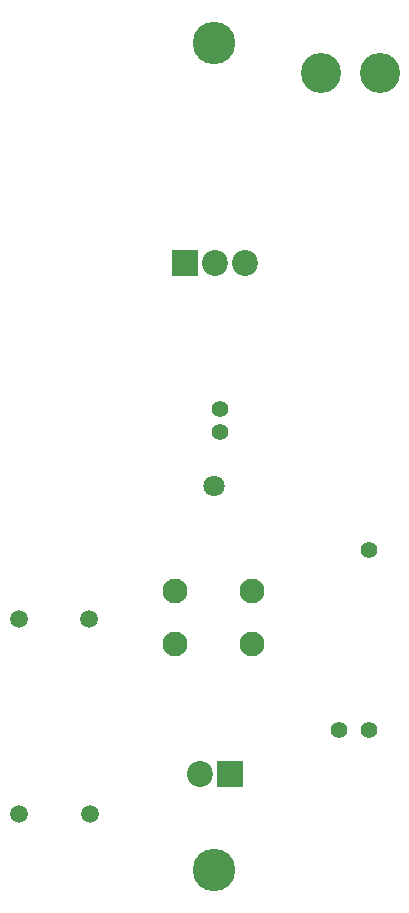
<source format=gbs>
G04 #@! TF.GenerationSoftware,KiCad,Pcbnew,5.0.0-fee4fd1~66~ubuntu16.04.1*
G04 #@! TF.CreationDate,2018-09-26T19:19:20+05:30*
G04 #@! TF.ProjectId,senseBeRx_rev1,73656E7365426552785F726576312E6B,rev?*
G04 #@! TF.SameCoordinates,Original*
G04 #@! TF.FileFunction,Soldermask,Bot*
G04 #@! TF.FilePolarity,Negative*
%FSLAX46Y46*%
G04 Gerber Fmt 4.6, Leading zero omitted, Abs format (unit mm)*
G04 Created by KiCad (PCBNEW 5.0.0-fee4fd1~66~ubuntu16.04.1) date Wed Sep 26 19:19:20 2018*
%MOMM*%
%LPD*%
G01*
G04 APERTURE LIST*
%ADD10C,1.400000*%
%ADD11C,1.800000*%
%ADD12C,3.400000*%
%ADD13C,1.500000*%
%ADD14R,2.200000X2.200000*%
%ADD15C,2.200000*%
%ADD16C,3.600000*%
%ADD17C,2.100000*%
G04 APERTURE END LIST*
D10*
G04 #@! TO.C,P1*
X133070000Y-117880000D03*
X130530000Y-133120000D03*
X133070000Y-133120000D03*
G04 #@! TD*
D11*
G04 #@! TO.C,BT1*
X120000000Y-112500000D03*
D12*
X134000000Y-77500000D03*
X129000000Y-77500000D03*
G04 #@! TD*
D13*
G04 #@! TO.C,J2*
X109450000Y-140270000D03*
X103450000Y-140270000D03*
G04 #@! TD*
G04 #@! TO.C,J1*
X103430000Y-123770000D03*
X109430000Y-123770000D03*
G04 #@! TD*
D14*
G04 #@! TO.C,D2*
X121300000Y-136900000D03*
D15*
X118760000Y-136900000D03*
G04 #@! TD*
D16*
G04 #@! TO.C,*
X120000000Y-75000000D03*
G04 #@! TD*
G04 #@! TO.C,*
X120000000Y-145000000D03*
G04 #@! TD*
D17*
G04 #@! TO.C,SW1*
X116700000Y-121400000D03*
X123200000Y-121400000D03*
X116700000Y-125900000D03*
X123200000Y-125900000D03*
G04 #@! TD*
D10*
G04 #@! TO.C,Y1*
X120500000Y-106000000D03*
X120500000Y-107900000D03*
G04 #@! TD*
D14*
G04 #@! TO.C,U2*
X117500000Y-93600000D03*
D15*
X120040000Y-93600000D03*
X122580000Y-93600000D03*
G04 #@! TD*
M02*

</source>
